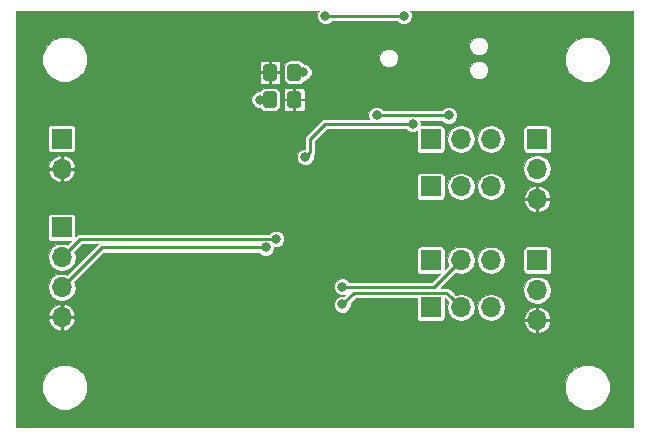
<source format=gbl>
G04 #@! TF.GenerationSoftware,KiCad,Pcbnew,5.0.1+dfsg1-3*
G04 #@! TF.CreationDate,2019-03-17T20:51:19-04:00*
G04 #@! TF.ProjectId,controller,636F6E74726F6C6C65722E6B69636164,rev?*
G04 #@! TF.SameCoordinates,Original*
G04 #@! TF.FileFunction,Copper,L2,Bot,Signal*
G04 #@! TF.FilePolarity,Positive*
%FSLAX46Y46*%
G04 Gerber Fmt 4.6, Leading zero omitted, Abs format (unit mm)*
G04 Created by KiCad (PCBNEW 5.0.1+dfsg1-3) date Sun 17 Mar 2019 08:51:19 PM EDT*
%MOMM*%
%LPD*%
G01*
G04 APERTURE LIST*
G04 #@! TA.AperFunction,ComponentPad*
%ADD10O,1.700000X1.700000*%
G04 #@! TD*
G04 #@! TA.AperFunction,ComponentPad*
%ADD11R,1.700000X1.700000*%
G04 #@! TD*
G04 #@! TA.AperFunction,Conductor*
%ADD12C,0.100000*%
G04 #@! TD*
G04 #@! TA.AperFunction,SMDPad,CuDef*
%ADD13C,1.150000*%
G04 #@! TD*
G04 #@! TA.AperFunction,ViaPad*
%ADD14C,0.800000*%
G04 #@! TD*
G04 #@! TA.AperFunction,Conductor*
%ADD15C,0.250000*%
G04 #@! TD*
G04 APERTURE END LIST*
D10*
G04 #@! TO.P,J5,3*
G04 #@! TO.N,GND*
X128500000Y-116580000D03*
G04 #@! TO.P,J5,2*
G04 #@! TO.N,/sheet5C8ECB51/OUT_L*
X128500000Y-114040000D03*
D11*
G04 #@! TO.P,J5,1*
G04 #@! TO.N,/sheet5C8ECB51/OUT_H*
X128500000Y-111500000D03*
G04 #@! TD*
G04 #@! TO.P,J4,1*
G04 #@! TO.N,/Sheet5C8E6DBF/OUT_H*
X128500000Y-101250000D03*
D10*
G04 #@! TO.P,J4,2*
G04 #@! TO.N,/Sheet5C8E6DBF/OUT_L*
X128500000Y-103790000D03*
G04 #@! TO.P,J4,3*
G04 #@! TO.N,GND*
X128500000Y-106330000D03*
G04 #@! TD*
D11*
G04 #@! TO.P,JP1,1*
G04 #@! TO.N,Net-(JP1-Pad1)*
X119500000Y-101250000D03*
D10*
G04 #@! TO.P,JP1,2*
G04 #@! TO.N,/CAN_H*
X122040000Y-101250000D03*
G04 #@! TO.P,JP1,3*
G04 #@! TO.N,/Sheet5C8E6DBF/OUT_H*
X124580000Y-101250000D03*
G04 #@! TD*
G04 #@! TO.P,JP2,3*
G04 #@! TO.N,/Sheet5C8E6DBF/OUT_L*
X124580000Y-105250000D03*
G04 #@! TO.P,JP2,2*
G04 #@! TO.N,/CAN_L*
X122040000Y-105250000D03*
D11*
G04 #@! TO.P,JP2,1*
G04 #@! TO.N,Net-(JP2-Pad1)*
X119500000Y-105250000D03*
G04 #@! TD*
D12*
G04 #@! TO.N,GND*
G04 #@! TO.C,C2*
G36*
X108274505Y-97201204D02*
X108298773Y-97204804D01*
X108322572Y-97210765D01*
X108345671Y-97219030D01*
X108367850Y-97229520D01*
X108388893Y-97242132D01*
X108408599Y-97256747D01*
X108426777Y-97273223D01*
X108443253Y-97291401D01*
X108457868Y-97311107D01*
X108470480Y-97332150D01*
X108480970Y-97354329D01*
X108489235Y-97377428D01*
X108495196Y-97401227D01*
X108498796Y-97425495D01*
X108500000Y-97449999D01*
X108500000Y-98350001D01*
X108498796Y-98374505D01*
X108495196Y-98398773D01*
X108489235Y-98422572D01*
X108480970Y-98445671D01*
X108470480Y-98467850D01*
X108457868Y-98488893D01*
X108443253Y-98508599D01*
X108426777Y-98526777D01*
X108408599Y-98543253D01*
X108388893Y-98557868D01*
X108367850Y-98570480D01*
X108345671Y-98580970D01*
X108322572Y-98589235D01*
X108298773Y-98595196D01*
X108274505Y-98598796D01*
X108250001Y-98600000D01*
X107599999Y-98600000D01*
X107575495Y-98598796D01*
X107551227Y-98595196D01*
X107527428Y-98589235D01*
X107504329Y-98580970D01*
X107482150Y-98570480D01*
X107461107Y-98557868D01*
X107441401Y-98543253D01*
X107423223Y-98526777D01*
X107406747Y-98508599D01*
X107392132Y-98488893D01*
X107379520Y-98467850D01*
X107369030Y-98445671D01*
X107360765Y-98422572D01*
X107354804Y-98398773D01*
X107351204Y-98374505D01*
X107350000Y-98350001D01*
X107350000Y-97449999D01*
X107351204Y-97425495D01*
X107354804Y-97401227D01*
X107360765Y-97377428D01*
X107369030Y-97354329D01*
X107379520Y-97332150D01*
X107392132Y-97311107D01*
X107406747Y-97291401D01*
X107423223Y-97273223D01*
X107441401Y-97256747D01*
X107461107Y-97242132D01*
X107482150Y-97229520D01*
X107504329Y-97219030D01*
X107527428Y-97210765D01*
X107551227Y-97204804D01*
X107575495Y-97201204D01*
X107599999Y-97200000D01*
X108250001Y-97200000D01*
X108274505Y-97201204D01*
X108274505Y-97201204D01*
G37*
D13*
G04 #@! TD*
G04 #@! TO.P,C2,2*
G04 #@! TO.N,GND*
X107925000Y-97900000D03*
D12*
G04 #@! TO.N,+3V3*
G04 #@! TO.C,C2*
G36*
X106224505Y-97201204D02*
X106248773Y-97204804D01*
X106272572Y-97210765D01*
X106295671Y-97219030D01*
X106317850Y-97229520D01*
X106338893Y-97242132D01*
X106358599Y-97256747D01*
X106376777Y-97273223D01*
X106393253Y-97291401D01*
X106407868Y-97311107D01*
X106420480Y-97332150D01*
X106430970Y-97354329D01*
X106439235Y-97377428D01*
X106445196Y-97401227D01*
X106448796Y-97425495D01*
X106450000Y-97449999D01*
X106450000Y-98350001D01*
X106448796Y-98374505D01*
X106445196Y-98398773D01*
X106439235Y-98422572D01*
X106430970Y-98445671D01*
X106420480Y-98467850D01*
X106407868Y-98488893D01*
X106393253Y-98508599D01*
X106376777Y-98526777D01*
X106358599Y-98543253D01*
X106338893Y-98557868D01*
X106317850Y-98570480D01*
X106295671Y-98580970D01*
X106272572Y-98589235D01*
X106248773Y-98595196D01*
X106224505Y-98598796D01*
X106200001Y-98600000D01*
X105549999Y-98600000D01*
X105525495Y-98598796D01*
X105501227Y-98595196D01*
X105477428Y-98589235D01*
X105454329Y-98580970D01*
X105432150Y-98570480D01*
X105411107Y-98557868D01*
X105391401Y-98543253D01*
X105373223Y-98526777D01*
X105356747Y-98508599D01*
X105342132Y-98488893D01*
X105329520Y-98467850D01*
X105319030Y-98445671D01*
X105310765Y-98422572D01*
X105304804Y-98398773D01*
X105301204Y-98374505D01*
X105300000Y-98350001D01*
X105300000Y-97449999D01*
X105301204Y-97425495D01*
X105304804Y-97401227D01*
X105310765Y-97377428D01*
X105319030Y-97354329D01*
X105329520Y-97332150D01*
X105342132Y-97311107D01*
X105356747Y-97291401D01*
X105373223Y-97273223D01*
X105391401Y-97256747D01*
X105411107Y-97242132D01*
X105432150Y-97229520D01*
X105454329Y-97219030D01*
X105477428Y-97210765D01*
X105501227Y-97204804D01*
X105525495Y-97201204D01*
X105549999Y-97200000D01*
X106200001Y-97200000D01*
X106224505Y-97201204D01*
X106224505Y-97201204D01*
G37*
D13*
G04 #@! TD*
G04 #@! TO.P,C2,1*
G04 #@! TO.N,+3V3*
X105875000Y-97900000D03*
D12*
G04 #@! TO.N,GND*
G04 #@! TO.C,C1*
G36*
X106224505Y-94901204D02*
X106248773Y-94904804D01*
X106272572Y-94910765D01*
X106295671Y-94919030D01*
X106317850Y-94929520D01*
X106338893Y-94942132D01*
X106358599Y-94956747D01*
X106376777Y-94973223D01*
X106393253Y-94991401D01*
X106407868Y-95011107D01*
X106420480Y-95032150D01*
X106430970Y-95054329D01*
X106439235Y-95077428D01*
X106445196Y-95101227D01*
X106448796Y-95125495D01*
X106450000Y-95149999D01*
X106450000Y-96050001D01*
X106448796Y-96074505D01*
X106445196Y-96098773D01*
X106439235Y-96122572D01*
X106430970Y-96145671D01*
X106420480Y-96167850D01*
X106407868Y-96188893D01*
X106393253Y-96208599D01*
X106376777Y-96226777D01*
X106358599Y-96243253D01*
X106338893Y-96257868D01*
X106317850Y-96270480D01*
X106295671Y-96280970D01*
X106272572Y-96289235D01*
X106248773Y-96295196D01*
X106224505Y-96298796D01*
X106200001Y-96300000D01*
X105549999Y-96300000D01*
X105525495Y-96298796D01*
X105501227Y-96295196D01*
X105477428Y-96289235D01*
X105454329Y-96280970D01*
X105432150Y-96270480D01*
X105411107Y-96257868D01*
X105391401Y-96243253D01*
X105373223Y-96226777D01*
X105356747Y-96208599D01*
X105342132Y-96188893D01*
X105329520Y-96167850D01*
X105319030Y-96145671D01*
X105310765Y-96122572D01*
X105304804Y-96098773D01*
X105301204Y-96074505D01*
X105300000Y-96050001D01*
X105300000Y-95149999D01*
X105301204Y-95125495D01*
X105304804Y-95101227D01*
X105310765Y-95077428D01*
X105319030Y-95054329D01*
X105329520Y-95032150D01*
X105342132Y-95011107D01*
X105356747Y-94991401D01*
X105373223Y-94973223D01*
X105391401Y-94956747D01*
X105411107Y-94942132D01*
X105432150Y-94929520D01*
X105454329Y-94919030D01*
X105477428Y-94910765D01*
X105501227Y-94904804D01*
X105525495Y-94901204D01*
X105549999Y-94900000D01*
X106200001Y-94900000D01*
X106224505Y-94901204D01*
X106224505Y-94901204D01*
G37*
D13*
G04 #@! TD*
G04 #@! TO.P,C1,1*
G04 #@! TO.N,GND*
X105875000Y-95600000D03*
D12*
G04 #@! TO.N,+3V3*
G04 #@! TO.C,C1*
G36*
X108274505Y-94901204D02*
X108298773Y-94904804D01*
X108322572Y-94910765D01*
X108345671Y-94919030D01*
X108367850Y-94929520D01*
X108388893Y-94942132D01*
X108408599Y-94956747D01*
X108426777Y-94973223D01*
X108443253Y-94991401D01*
X108457868Y-95011107D01*
X108470480Y-95032150D01*
X108480970Y-95054329D01*
X108489235Y-95077428D01*
X108495196Y-95101227D01*
X108498796Y-95125495D01*
X108500000Y-95149999D01*
X108500000Y-96050001D01*
X108498796Y-96074505D01*
X108495196Y-96098773D01*
X108489235Y-96122572D01*
X108480970Y-96145671D01*
X108470480Y-96167850D01*
X108457868Y-96188893D01*
X108443253Y-96208599D01*
X108426777Y-96226777D01*
X108408599Y-96243253D01*
X108388893Y-96257868D01*
X108367850Y-96270480D01*
X108345671Y-96280970D01*
X108322572Y-96289235D01*
X108298773Y-96295196D01*
X108274505Y-96298796D01*
X108250001Y-96300000D01*
X107599999Y-96300000D01*
X107575495Y-96298796D01*
X107551227Y-96295196D01*
X107527428Y-96289235D01*
X107504329Y-96280970D01*
X107482150Y-96270480D01*
X107461107Y-96257868D01*
X107441401Y-96243253D01*
X107423223Y-96226777D01*
X107406747Y-96208599D01*
X107392132Y-96188893D01*
X107379520Y-96167850D01*
X107369030Y-96145671D01*
X107360765Y-96122572D01*
X107354804Y-96098773D01*
X107351204Y-96074505D01*
X107350000Y-96050001D01*
X107350000Y-95149999D01*
X107351204Y-95125495D01*
X107354804Y-95101227D01*
X107360765Y-95077428D01*
X107369030Y-95054329D01*
X107379520Y-95032150D01*
X107392132Y-95011107D01*
X107406747Y-94991401D01*
X107423223Y-94973223D01*
X107441401Y-94956747D01*
X107461107Y-94942132D01*
X107482150Y-94929520D01*
X107504329Y-94919030D01*
X107527428Y-94910765D01*
X107551227Y-94904804D01*
X107575495Y-94901204D01*
X107599999Y-94900000D01*
X108250001Y-94900000D01*
X108274505Y-94901204D01*
X108274505Y-94901204D01*
G37*
D13*
G04 #@! TD*
G04 #@! TO.P,C1,2*
G04 #@! TO.N,+3V3*
X107925000Y-95600000D03*
D11*
G04 #@! TO.P,J2,1*
G04 #@! TO.N,+5V*
X88250000Y-101210000D03*
D10*
G04 #@! TO.P,J2,2*
G04 #@! TO.N,GND*
X88250000Y-103750000D03*
G04 #@! TD*
G04 #@! TO.P,JP3,3*
G04 #@! TO.N,/sheet5C8ECB51/OUT_H*
X124580000Y-111500000D03*
G04 #@! TO.P,JP3,2*
G04 #@! TO.N,/CAN_H*
X122040000Y-111500000D03*
D11*
G04 #@! TO.P,JP3,1*
G04 #@! TO.N,Net-(JP3-Pad1)*
X119500000Y-111500000D03*
G04 #@! TD*
G04 #@! TO.P,JP4,1*
G04 #@! TO.N,Net-(JP4-Pad1)*
X119500000Y-115500000D03*
D10*
G04 #@! TO.P,JP4,2*
G04 #@! TO.N,/CAN_L*
X122040000Y-115500000D03*
G04 #@! TO.P,JP4,3*
G04 #@! TO.N,/sheet5C8ECB51/OUT_L*
X124580000Y-115500000D03*
G04 #@! TD*
D11*
G04 #@! TO.P,J3,1*
G04 #@! TO.N,+3V3*
X88250000Y-108710000D03*
D10*
G04 #@! TO.P,J3,2*
G04 #@! TO.N,/USART1_RX*
X88250000Y-111250000D03*
G04 #@! TO.P,J3,3*
G04 #@! TO.N,/USART1_TX*
X88250000Y-113790000D03*
G04 #@! TO.P,J3,4*
G04 #@! TO.N,GND*
X88250000Y-116330000D03*
G04 #@! TD*
D14*
G04 #@! TO.N,+3V3*
X108700000Y-95600000D03*
X105000000Y-97900000D03*
G04 #@! TO.N,/SWDIO*
X117975000Y-99975000D03*
X108875010Y-102770979D03*
G04 #@! TO.N,/SWDCLK*
X114900000Y-99250000D03*
X121000000Y-99250000D03*
G04 #@! TO.N,GND*
X112875000Y-106275000D03*
X112875000Y-116525000D03*
X111950000Y-112600000D03*
X103550000Y-113850000D03*
X106150000Y-93750000D03*
X103900000Y-99000000D03*
X109150000Y-99750000D03*
X109900000Y-94500000D03*
X98300000Y-91000000D03*
X99300000Y-91000000D03*
X118475000Y-92375000D03*
X119750000Y-96375000D03*
X122275000Y-96375000D03*
X98775000Y-105275000D03*
X102250000Y-119250000D03*
X97000000Y-105750000D03*
X97000000Y-114300000D03*
G04 #@! TO.N,/~RESET*
X117200000Y-90800000D03*
X110575003Y-90799997D03*
G04 #@! TO.N,/CAN_L*
X112000000Y-115250000D03*
G04 #@! TO.N,/CAN_H*
X112000000Y-113750000D03*
G04 #@! TO.N,/USART1_TX*
X105500000Y-110425000D03*
G04 #@! TO.N,/USART1_RX*
X106375000Y-109700000D03*
G04 #@! TD*
D15*
G04 #@! TO.N,+3V3*
X107925000Y-95600000D02*
X108700000Y-95600000D01*
X105875000Y-97900000D02*
X105000000Y-97900000D01*
G04 #@! TO.N,/SWDIO*
X109275009Y-102370980D02*
X108875010Y-102770979D01*
X109275009Y-101224991D02*
X109275009Y-102370980D01*
X110525000Y-99975000D02*
X109275009Y-101224991D01*
X117975000Y-99975000D02*
X110525000Y-99975000D01*
G04 #@! TO.N,/SWDCLK*
X121000000Y-99250000D02*
X114900000Y-99250000D01*
G04 #@! TO.N,/~RESET*
X117200000Y-90800000D02*
X110575006Y-90800000D01*
X110575006Y-90800000D02*
X110575003Y-90799997D01*
G04 #@! TO.N,/CAN_L*
X121190001Y-114650001D02*
X122040000Y-115500000D01*
X120790000Y-114250000D02*
X121190001Y-114650001D01*
X113000000Y-114250000D02*
X120790000Y-114250000D01*
X112000000Y-115250000D02*
X113000000Y-114250000D01*
G04 #@! TO.N,/CAN_H*
X119790000Y-113750000D02*
X122040000Y-111500000D01*
X112000000Y-113750000D02*
X119790000Y-113750000D01*
G04 #@! TO.N,/USART1_TX*
X91615000Y-110425000D02*
X88250000Y-113790000D01*
X105500000Y-110425000D02*
X91615000Y-110425000D01*
G04 #@! TO.N,/USART1_RX*
X89800000Y-109700000D02*
X88250000Y-111250000D01*
X106375000Y-109700000D02*
X89800000Y-109700000D01*
G04 #@! TD*
D12*
G04 #@! TO.N,GND*
G36*
X109978181Y-90401213D02*
X109871003Y-90659963D01*
X109871003Y-90940031D01*
X109978181Y-91198781D01*
X110176219Y-91396819D01*
X110434969Y-91503997D01*
X110715037Y-91503997D01*
X110973787Y-91396819D01*
X111141606Y-91229000D01*
X116633394Y-91229000D01*
X116801216Y-91396822D01*
X117059966Y-91504000D01*
X117340034Y-91504000D01*
X117598784Y-91396822D01*
X117796822Y-91198784D01*
X117904000Y-90940034D01*
X117904000Y-90659966D01*
X117796822Y-90401216D01*
X117774606Y-90379000D01*
X136621000Y-90379000D01*
X136621001Y-125621000D01*
X84379000Y-125621000D01*
X84379000Y-121871271D01*
X86596000Y-121871271D01*
X86596000Y-122628729D01*
X86885866Y-123328530D01*
X87421470Y-123864134D01*
X88121271Y-124154000D01*
X88878729Y-124154000D01*
X89578530Y-123864134D01*
X90114134Y-123328530D01*
X90404000Y-122628729D01*
X90404000Y-121871271D01*
X130846000Y-121871271D01*
X130846000Y-122628729D01*
X131135866Y-123328530D01*
X131671470Y-123864134D01*
X132371271Y-124154000D01*
X133128729Y-124154000D01*
X133828530Y-123864134D01*
X134364134Y-123328530D01*
X134654000Y-122628729D01*
X134654000Y-121871271D01*
X134364134Y-121171470D01*
X133828530Y-120635866D01*
X133128729Y-120346000D01*
X132371271Y-120346000D01*
X131671470Y-120635866D01*
X131135866Y-121171470D01*
X130846000Y-121871271D01*
X90404000Y-121871271D01*
X90114134Y-121171470D01*
X89578530Y-120635866D01*
X88878729Y-120346000D01*
X88121271Y-120346000D01*
X87421470Y-120635866D01*
X86885866Y-121171470D01*
X86596000Y-121871271D01*
X84379000Y-121871271D01*
X84379000Y-116586175D01*
X87124793Y-116586175D01*
X87273209Y-116944503D01*
X87582723Y-117271528D01*
X87993824Y-117455214D01*
X88173000Y-117405436D01*
X88173000Y-116407000D01*
X88327000Y-116407000D01*
X88327000Y-117405436D01*
X88506176Y-117455214D01*
X88917277Y-117271528D01*
X89226791Y-116944503D01*
X89271659Y-116836175D01*
X127374793Y-116836175D01*
X127523209Y-117194503D01*
X127832723Y-117521528D01*
X128243824Y-117705214D01*
X128423000Y-117655436D01*
X128423000Y-116657000D01*
X128577000Y-116657000D01*
X128577000Y-117655436D01*
X128756176Y-117705214D01*
X129167277Y-117521528D01*
X129476791Y-117194503D01*
X129625207Y-116836175D01*
X129575246Y-116657000D01*
X128577000Y-116657000D01*
X128423000Y-116657000D01*
X127424754Y-116657000D01*
X127374793Y-116836175D01*
X89271659Y-116836175D01*
X89375207Y-116586175D01*
X89325246Y-116407000D01*
X88327000Y-116407000D01*
X88173000Y-116407000D01*
X87174754Y-116407000D01*
X87124793Y-116586175D01*
X84379000Y-116586175D01*
X84379000Y-116073825D01*
X87124793Y-116073825D01*
X87174754Y-116253000D01*
X88173000Y-116253000D01*
X88173000Y-115254564D01*
X88327000Y-115254564D01*
X88327000Y-116253000D01*
X89325246Y-116253000D01*
X89375207Y-116073825D01*
X89226791Y-115715497D01*
X88917277Y-115388472D01*
X88506176Y-115204786D01*
X88327000Y-115254564D01*
X88173000Y-115254564D01*
X87993824Y-115204786D01*
X87582723Y-115388472D01*
X87273209Y-115715497D01*
X87124793Y-116073825D01*
X84379000Y-116073825D01*
X84379000Y-111250000D01*
X87073392Y-111250000D01*
X87162956Y-111700268D01*
X87418013Y-112081987D01*
X87799732Y-112337044D01*
X88136342Y-112404000D01*
X88363658Y-112404000D01*
X88700268Y-112337044D01*
X89081987Y-112081987D01*
X89337044Y-111700268D01*
X89426608Y-111250000D01*
X89337044Y-110799732D01*
X89324996Y-110781701D01*
X89977698Y-110129000D01*
X91296828Y-110129000D01*
X91281778Y-110151524D01*
X88718299Y-112715004D01*
X88700268Y-112702956D01*
X88363658Y-112636000D01*
X88136342Y-112636000D01*
X87799732Y-112702956D01*
X87418013Y-112958013D01*
X87162956Y-113339732D01*
X87073392Y-113790000D01*
X87162956Y-114240268D01*
X87418013Y-114621987D01*
X87799732Y-114877044D01*
X88136342Y-114944000D01*
X88363658Y-114944000D01*
X88700268Y-114877044D01*
X89081987Y-114621987D01*
X89337044Y-114240268D01*
X89426608Y-113790000D01*
X89390797Y-113609966D01*
X111296000Y-113609966D01*
X111296000Y-113890034D01*
X111403178Y-114148784D01*
X111601216Y-114346822D01*
X111859966Y-114454000D01*
X112140034Y-114454000D01*
X112224141Y-114419162D01*
X112097303Y-114546000D01*
X111859966Y-114546000D01*
X111601216Y-114653178D01*
X111403178Y-114851216D01*
X111296000Y-115109966D01*
X111296000Y-115390034D01*
X111403178Y-115648784D01*
X111601216Y-115846822D01*
X111859966Y-115954000D01*
X112140034Y-115954000D01*
X112398784Y-115846822D01*
X112596822Y-115648784D01*
X112704000Y-115390034D01*
X112704000Y-115152697D01*
X113177698Y-114679000D01*
X118340045Y-114679000D01*
X118340045Y-116350000D01*
X118363639Y-116468615D01*
X118430829Y-116569171D01*
X118531385Y-116636361D01*
X118650000Y-116659955D01*
X120350000Y-116659955D01*
X120468615Y-116636361D01*
X120569171Y-116569171D01*
X120636361Y-116468615D01*
X120659955Y-116350000D01*
X120659955Y-114726652D01*
X120916527Y-114983225D01*
X120916530Y-114983227D01*
X120965004Y-115031701D01*
X120952956Y-115049732D01*
X120863392Y-115500000D01*
X120952956Y-115950268D01*
X121208013Y-116331987D01*
X121589732Y-116587044D01*
X121926342Y-116654000D01*
X122153658Y-116654000D01*
X122490268Y-116587044D01*
X122871987Y-116331987D01*
X123127044Y-115950268D01*
X123216608Y-115500000D01*
X123403392Y-115500000D01*
X123492956Y-115950268D01*
X123748013Y-116331987D01*
X124129732Y-116587044D01*
X124466342Y-116654000D01*
X124693658Y-116654000D01*
X125030268Y-116587044D01*
X125411987Y-116331987D01*
X125417440Y-116323825D01*
X127374793Y-116323825D01*
X127424754Y-116503000D01*
X128423000Y-116503000D01*
X128423000Y-115504564D01*
X128577000Y-115504564D01*
X128577000Y-116503000D01*
X129575246Y-116503000D01*
X129625207Y-116323825D01*
X129476791Y-115965497D01*
X129167277Y-115638472D01*
X128756176Y-115454786D01*
X128577000Y-115504564D01*
X128423000Y-115504564D01*
X128243824Y-115454786D01*
X127832723Y-115638472D01*
X127523209Y-115965497D01*
X127374793Y-116323825D01*
X125417440Y-116323825D01*
X125667044Y-115950268D01*
X125756608Y-115500000D01*
X125667044Y-115049732D01*
X125411987Y-114668013D01*
X125030268Y-114412956D01*
X124693658Y-114346000D01*
X124466342Y-114346000D01*
X124129732Y-114412956D01*
X123748013Y-114668013D01*
X123492956Y-115049732D01*
X123403392Y-115500000D01*
X123216608Y-115500000D01*
X123127044Y-115049732D01*
X122871987Y-114668013D01*
X122490268Y-114412956D01*
X122153658Y-114346000D01*
X121926342Y-114346000D01*
X121589732Y-114412956D01*
X121571701Y-114425004D01*
X121523227Y-114376530D01*
X121523225Y-114376527D01*
X121186698Y-114040000D01*
X127323392Y-114040000D01*
X127412956Y-114490268D01*
X127668013Y-114871987D01*
X128049732Y-115127044D01*
X128386342Y-115194000D01*
X128613658Y-115194000D01*
X128950268Y-115127044D01*
X129331987Y-114871987D01*
X129587044Y-114490268D01*
X129676608Y-114040000D01*
X129587044Y-113589732D01*
X129331987Y-113208013D01*
X128950268Y-112952956D01*
X128613658Y-112886000D01*
X128386342Y-112886000D01*
X128049732Y-112952956D01*
X127668013Y-113208013D01*
X127412956Y-113589732D01*
X127323392Y-114040000D01*
X121186698Y-114040000D01*
X121123224Y-113976527D01*
X121099291Y-113940709D01*
X120957387Y-113845891D01*
X120832250Y-113821000D01*
X120832245Y-113821000D01*
X120790000Y-113812597D01*
X120747755Y-113821000D01*
X120325697Y-113821000D01*
X121571701Y-112574996D01*
X121589732Y-112587044D01*
X121926342Y-112654000D01*
X122153658Y-112654000D01*
X122490268Y-112587044D01*
X122871987Y-112331987D01*
X123127044Y-111950268D01*
X123216608Y-111500000D01*
X123403392Y-111500000D01*
X123492956Y-111950268D01*
X123748013Y-112331987D01*
X124129732Y-112587044D01*
X124466342Y-112654000D01*
X124693658Y-112654000D01*
X125030268Y-112587044D01*
X125411987Y-112331987D01*
X125667044Y-111950268D01*
X125756608Y-111500000D01*
X125667044Y-111049732D01*
X125411987Y-110668013D01*
X125385029Y-110650000D01*
X127340045Y-110650000D01*
X127340045Y-112350000D01*
X127363639Y-112468615D01*
X127430829Y-112569171D01*
X127531385Y-112636361D01*
X127650000Y-112659955D01*
X129350000Y-112659955D01*
X129468615Y-112636361D01*
X129569171Y-112569171D01*
X129636361Y-112468615D01*
X129659955Y-112350000D01*
X129659955Y-110650000D01*
X129636361Y-110531385D01*
X129569171Y-110430829D01*
X129468615Y-110363639D01*
X129350000Y-110340045D01*
X127650000Y-110340045D01*
X127531385Y-110363639D01*
X127430829Y-110430829D01*
X127363639Y-110531385D01*
X127340045Y-110650000D01*
X125385029Y-110650000D01*
X125030268Y-110412956D01*
X124693658Y-110346000D01*
X124466342Y-110346000D01*
X124129732Y-110412956D01*
X123748013Y-110668013D01*
X123492956Y-111049732D01*
X123403392Y-111500000D01*
X123216608Y-111500000D01*
X123127044Y-111049732D01*
X122871987Y-110668013D01*
X122490268Y-110412956D01*
X122153658Y-110346000D01*
X121926342Y-110346000D01*
X121589732Y-110412956D01*
X121208013Y-110668013D01*
X120952956Y-111049732D01*
X120863392Y-111500000D01*
X120952956Y-111950268D01*
X120965004Y-111968299D01*
X120659955Y-112273347D01*
X120659955Y-110650000D01*
X120636361Y-110531385D01*
X120569171Y-110430829D01*
X120468615Y-110363639D01*
X120350000Y-110340045D01*
X118650000Y-110340045D01*
X118531385Y-110363639D01*
X118430829Y-110430829D01*
X118363639Y-110531385D01*
X118340045Y-110650000D01*
X118340045Y-112350000D01*
X118363639Y-112468615D01*
X118430829Y-112569171D01*
X118531385Y-112636361D01*
X118650000Y-112659955D01*
X120273348Y-112659955D01*
X119612303Y-113321000D01*
X112566606Y-113321000D01*
X112398784Y-113153178D01*
X112140034Y-113046000D01*
X111859966Y-113046000D01*
X111601216Y-113153178D01*
X111403178Y-113351216D01*
X111296000Y-113609966D01*
X89390797Y-113609966D01*
X89337044Y-113339732D01*
X89324996Y-113321701D01*
X91792698Y-110854000D01*
X104933394Y-110854000D01*
X105101216Y-111021822D01*
X105359966Y-111129000D01*
X105640034Y-111129000D01*
X105898784Y-111021822D01*
X106096822Y-110823784D01*
X106204000Y-110565034D01*
X106204000Y-110391173D01*
X106234966Y-110404000D01*
X106515034Y-110404000D01*
X106773784Y-110296822D01*
X106971822Y-110098784D01*
X107079000Y-109840034D01*
X107079000Y-109559966D01*
X106971822Y-109301216D01*
X106773784Y-109103178D01*
X106515034Y-108996000D01*
X106234966Y-108996000D01*
X105976216Y-109103178D01*
X105808394Y-109271000D01*
X89842244Y-109271000D01*
X89799999Y-109262597D01*
X89757754Y-109271000D01*
X89757750Y-109271000D01*
X89632613Y-109295891D01*
X89632611Y-109295892D01*
X89632612Y-109295892D01*
X89526526Y-109366776D01*
X89526524Y-109366778D01*
X89490709Y-109390709D01*
X89466778Y-109426524D01*
X89409955Y-109483347D01*
X89409955Y-107860000D01*
X89386361Y-107741385D01*
X89319171Y-107640829D01*
X89218615Y-107573639D01*
X89100000Y-107550045D01*
X87400000Y-107550045D01*
X87281385Y-107573639D01*
X87180829Y-107640829D01*
X87113639Y-107741385D01*
X87090045Y-107860000D01*
X87090045Y-109560000D01*
X87113639Y-109678615D01*
X87180829Y-109779171D01*
X87281385Y-109846361D01*
X87400000Y-109869955D01*
X89023347Y-109869955D01*
X88718299Y-110175004D01*
X88700268Y-110162956D01*
X88363658Y-110096000D01*
X88136342Y-110096000D01*
X87799732Y-110162956D01*
X87418013Y-110418013D01*
X87162956Y-110799732D01*
X87073392Y-111250000D01*
X84379000Y-111250000D01*
X84379000Y-106586175D01*
X127374793Y-106586175D01*
X127523209Y-106944503D01*
X127832723Y-107271528D01*
X128243824Y-107455214D01*
X128423000Y-107405436D01*
X128423000Y-106407000D01*
X128577000Y-106407000D01*
X128577000Y-107405436D01*
X128756176Y-107455214D01*
X129167277Y-107271528D01*
X129476791Y-106944503D01*
X129625207Y-106586175D01*
X129575246Y-106407000D01*
X128577000Y-106407000D01*
X128423000Y-106407000D01*
X127424754Y-106407000D01*
X127374793Y-106586175D01*
X84379000Y-106586175D01*
X84379000Y-104006175D01*
X87124793Y-104006175D01*
X87273209Y-104364503D01*
X87582723Y-104691528D01*
X87993824Y-104875214D01*
X88173000Y-104825436D01*
X88173000Y-103827000D01*
X88327000Y-103827000D01*
X88327000Y-104825436D01*
X88506176Y-104875214D01*
X88917277Y-104691528D01*
X89193194Y-104400000D01*
X118340045Y-104400000D01*
X118340045Y-106100000D01*
X118363639Y-106218615D01*
X118430829Y-106319171D01*
X118531385Y-106386361D01*
X118650000Y-106409955D01*
X120350000Y-106409955D01*
X120468615Y-106386361D01*
X120569171Y-106319171D01*
X120636361Y-106218615D01*
X120659955Y-106100000D01*
X120659955Y-105250000D01*
X120863392Y-105250000D01*
X120952956Y-105700268D01*
X121208013Y-106081987D01*
X121589732Y-106337044D01*
X121926342Y-106404000D01*
X122153658Y-106404000D01*
X122490268Y-106337044D01*
X122871987Y-106081987D01*
X123127044Y-105700268D01*
X123216608Y-105250000D01*
X123403392Y-105250000D01*
X123492956Y-105700268D01*
X123748013Y-106081987D01*
X124129732Y-106337044D01*
X124466342Y-106404000D01*
X124693658Y-106404000D01*
X125030268Y-106337044D01*
X125411987Y-106081987D01*
X125417440Y-106073825D01*
X127374793Y-106073825D01*
X127424754Y-106253000D01*
X128423000Y-106253000D01*
X128423000Y-105254564D01*
X128577000Y-105254564D01*
X128577000Y-106253000D01*
X129575246Y-106253000D01*
X129625207Y-106073825D01*
X129476791Y-105715497D01*
X129167277Y-105388472D01*
X128756176Y-105204786D01*
X128577000Y-105254564D01*
X128423000Y-105254564D01*
X128243824Y-105204786D01*
X127832723Y-105388472D01*
X127523209Y-105715497D01*
X127374793Y-106073825D01*
X125417440Y-106073825D01*
X125667044Y-105700268D01*
X125756608Y-105250000D01*
X125667044Y-104799732D01*
X125411987Y-104418013D01*
X125030268Y-104162956D01*
X124693658Y-104096000D01*
X124466342Y-104096000D01*
X124129732Y-104162956D01*
X123748013Y-104418013D01*
X123492956Y-104799732D01*
X123403392Y-105250000D01*
X123216608Y-105250000D01*
X123127044Y-104799732D01*
X122871987Y-104418013D01*
X122490268Y-104162956D01*
X122153658Y-104096000D01*
X121926342Y-104096000D01*
X121589732Y-104162956D01*
X121208013Y-104418013D01*
X120952956Y-104799732D01*
X120863392Y-105250000D01*
X120659955Y-105250000D01*
X120659955Y-104400000D01*
X120636361Y-104281385D01*
X120569171Y-104180829D01*
X120468615Y-104113639D01*
X120350000Y-104090045D01*
X118650000Y-104090045D01*
X118531385Y-104113639D01*
X118430829Y-104180829D01*
X118363639Y-104281385D01*
X118340045Y-104400000D01*
X89193194Y-104400000D01*
X89226791Y-104364503D01*
X89375207Y-104006175D01*
X89325246Y-103827000D01*
X88327000Y-103827000D01*
X88173000Y-103827000D01*
X87174754Y-103827000D01*
X87124793Y-104006175D01*
X84379000Y-104006175D01*
X84379000Y-103790000D01*
X127323392Y-103790000D01*
X127412956Y-104240268D01*
X127668013Y-104621987D01*
X128049732Y-104877044D01*
X128386342Y-104944000D01*
X128613658Y-104944000D01*
X128950268Y-104877044D01*
X129331987Y-104621987D01*
X129587044Y-104240268D01*
X129676608Y-103790000D01*
X129587044Y-103339732D01*
X129331987Y-102958013D01*
X128950268Y-102702956D01*
X128613658Y-102636000D01*
X128386342Y-102636000D01*
X128049732Y-102702956D01*
X127668013Y-102958013D01*
X127412956Y-103339732D01*
X127323392Y-103790000D01*
X84379000Y-103790000D01*
X84379000Y-103493825D01*
X87124793Y-103493825D01*
X87174754Y-103673000D01*
X88173000Y-103673000D01*
X88173000Y-102674564D01*
X88327000Y-102674564D01*
X88327000Y-103673000D01*
X89325246Y-103673000D01*
X89375207Y-103493825D01*
X89226791Y-103135497D01*
X88917277Y-102808472D01*
X88519961Y-102630945D01*
X108171010Y-102630945D01*
X108171010Y-102911013D01*
X108278188Y-103169763D01*
X108476226Y-103367801D01*
X108734976Y-103474979D01*
X109015044Y-103474979D01*
X109273794Y-103367801D01*
X109471832Y-103169763D01*
X109579010Y-102911013D01*
X109579010Y-102683806D01*
X109584300Y-102680271D01*
X109608231Y-102644456D01*
X109608233Y-102644454D01*
X109679117Y-102538368D01*
X109679118Y-102538367D01*
X109704009Y-102413230D01*
X109704009Y-102413226D01*
X109712412Y-102370981D01*
X109704009Y-102328736D01*
X109704009Y-101402688D01*
X110702697Y-100404000D01*
X117408394Y-100404000D01*
X117576216Y-100571822D01*
X117834966Y-100679000D01*
X118115034Y-100679000D01*
X118340045Y-100585797D01*
X118340045Y-102100000D01*
X118363639Y-102218615D01*
X118430829Y-102319171D01*
X118531385Y-102386361D01*
X118650000Y-102409955D01*
X120350000Y-102409955D01*
X120468615Y-102386361D01*
X120569171Y-102319171D01*
X120636361Y-102218615D01*
X120659955Y-102100000D01*
X120659955Y-101250000D01*
X120863392Y-101250000D01*
X120952956Y-101700268D01*
X121208013Y-102081987D01*
X121589732Y-102337044D01*
X121926342Y-102404000D01*
X122153658Y-102404000D01*
X122490268Y-102337044D01*
X122871987Y-102081987D01*
X123127044Y-101700268D01*
X123216608Y-101250000D01*
X123403392Y-101250000D01*
X123492956Y-101700268D01*
X123748013Y-102081987D01*
X124129732Y-102337044D01*
X124466342Y-102404000D01*
X124693658Y-102404000D01*
X125030268Y-102337044D01*
X125411987Y-102081987D01*
X125667044Y-101700268D01*
X125756608Y-101250000D01*
X125667044Y-100799732D01*
X125411987Y-100418013D01*
X125385029Y-100400000D01*
X127340045Y-100400000D01*
X127340045Y-102100000D01*
X127363639Y-102218615D01*
X127430829Y-102319171D01*
X127531385Y-102386361D01*
X127650000Y-102409955D01*
X129350000Y-102409955D01*
X129468615Y-102386361D01*
X129569171Y-102319171D01*
X129636361Y-102218615D01*
X129659955Y-102100000D01*
X129659955Y-100400000D01*
X129636361Y-100281385D01*
X129569171Y-100180829D01*
X129468615Y-100113639D01*
X129350000Y-100090045D01*
X127650000Y-100090045D01*
X127531385Y-100113639D01*
X127430829Y-100180829D01*
X127363639Y-100281385D01*
X127340045Y-100400000D01*
X125385029Y-100400000D01*
X125030268Y-100162956D01*
X124693658Y-100096000D01*
X124466342Y-100096000D01*
X124129732Y-100162956D01*
X123748013Y-100418013D01*
X123492956Y-100799732D01*
X123403392Y-101250000D01*
X123216608Y-101250000D01*
X123127044Y-100799732D01*
X122871987Y-100418013D01*
X122490268Y-100162956D01*
X122153658Y-100096000D01*
X121926342Y-100096000D01*
X121589732Y-100162956D01*
X121208013Y-100418013D01*
X120952956Y-100799732D01*
X120863392Y-101250000D01*
X120659955Y-101250000D01*
X120659955Y-100400000D01*
X120636361Y-100281385D01*
X120569171Y-100180829D01*
X120468615Y-100113639D01*
X120350000Y-100090045D01*
X118679000Y-100090045D01*
X118679000Y-99834966D01*
X118614397Y-99679000D01*
X120433394Y-99679000D01*
X120601216Y-99846822D01*
X120859966Y-99954000D01*
X121140034Y-99954000D01*
X121398784Y-99846822D01*
X121596822Y-99648784D01*
X121704000Y-99390034D01*
X121704000Y-99109966D01*
X121596822Y-98851216D01*
X121398784Y-98653178D01*
X121140034Y-98546000D01*
X120859966Y-98546000D01*
X120601216Y-98653178D01*
X120433394Y-98821000D01*
X115466606Y-98821000D01*
X115298784Y-98653178D01*
X115040034Y-98546000D01*
X114759966Y-98546000D01*
X114501216Y-98653178D01*
X114303178Y-98851216D01*
X114196000Y-99109966D01*
X114196000Y-99390034D01*
X114260603Y-99546000D01*
X110567244Y-99546000D01*
X110524999Y-99537597D01*
X110482754Y-99546000D01*
X110482750Y-99546000D01*
X110357613Y-99570891D01*
X110215709Y-99665709D01*
X110191776Y-99701527D01*
X109001536Y-100891767D01*
X108965718Y-100915700D01*
X108870900Y-101057605D01*
X108846009Y-101182742D01*
X108846009Y-101182746D01*
X108837606Y-101224991D01*
X108846009Y-101267237D01*
X108846010Y-102066979D01*
X108734976Y-102066979D01*
X108476226Y-102174157D01*
X108278188Y-102372195D01*
X108171010Y-102630945D01*
X88519961Y-102630945D01*
X88506176Y-102624786D01*
X88327000Y-102674564D01*
X88173000Y-102674564D01*
X87993824Y-102624786D01*
X87582723Y-102808472D01*
X87273209Y-103135497D01*
X87124793Y-103493825D01*
X84379000Y-103493825D01*
X84379000Y-100360000D01*
X87090045Y-100360000D01*
X87090045Y-102060000D01*
X87113639Y-102178615D01*
X87180829Y-102279171D01*
X87281385Y-102346361D01*
X87400000Y-102369955D01*
X89100000Y-102369955D01*
X89218615Y-102346361D01*
X89319171Y-102279171D01*
X89386361Y-102178615D01*
X89409955Y-102060000D01*
X89409955Y-100360000D01*
X89386361Y-100241385D01*
X89319171Y-100140829D01*
X89218615Y-100073639D01*
X89100000Y-100050045D01*
X87400000Y-100050045D01*
X87281385Y-100073639D01*
X87180829Y-100140829D01*
X87113639Y-100241385D01*
X87090045Y-100360000D01*
X84379000Y-100360000D01*
X84379000Y-97759966D01*
X104296000Y-97759966D01*
X104296000Y-98040034D01*
X104403178Y-98298784D01*
X104601216Y-98496822D01*
X104859966Y-98604000D01*
X105059205Y-98604000D01*
X105154052Y-98745948D01*
X105335714Y-98867331D01*
X105549999Y-98909955D01*
X106200001Y-98909955D01*
X106414286Y-98867331D01*
X106595948Y-98745948D01*
X106717331Y-98564286D01*
X106759955Y-98350001D01*
X106759955Y-98053000D01*
X107046000Y-98053000D01*
X107046000Y-98660470D01*
X107092281Y-98772202D01*
X107177798Y-98857719D01*
X107289531Y-98904000D01*
X107772000Y-98904000D01*
X107848000Y-98828000D01*
X107848000Y-97977000D01*
X108002000Y-97977000D01*
X108002000Y-98828000D01*
X108078000Y-98904000D01*
X108560469Y-98904000D01*
X108672202Y-98857719D01*
X108757719Y-98772202D01*
X108804000Y-98660470D01*
X108804000Y-98053000D01*
X108728000Y-97977000D01*
X108002000Y-97977000D01*
X107848000Y-97977000D01*
X107122000Y-97977000D01*
X107046000Y-98053000D01*
X106759955Y-98053000D01*
X106759955Y-97449999D01*
X106717331Y-97235714D01*
X106653063Y-97139530D01*
X107046000Y-97139530D01*
X107046000Y-97747000D01*
X107122000Y-97823000D01*
X107848000Y-97823000D01*
X107848000Y-96972000D01*
X108002000Y-96972000D01*
X108002000Y-97823000D01*
X108728000Y-97823000D01*
X108804000Y-97747000D01*
X108804000Y-97139530D01*
X108757719Y-97027798D01*
X108672202Y-96942281D01*
X108560469Y-96896000D01*
X108078000Y-96896000D01*
X108002000Y-96972000D01*
X107848000Y-96972000D01*
X107772000Y-96896000D01*
X107289531Y-96896000D01*
X107177798Y-96942281D01*
X107092281Y-97027798D01*
X107046000Y-97139530D01*
X106653063Y-97139530D01*
X106595948Y-97054052D01*
X106414286Y-96932669D01*
X106200001Y-96890045D01*
X105549999Y-96890045D01*
X105335714Y-96932669D01*
X105154052Y-97054052D01*
X105059205Y-97196000D01*
X104859966Y-97196000D01*
X104601216Y-97303178D01*
X104403178Y-97501216D01*
X104296000Y-97759966D01*
X84379000Y-97759966D01*
X84379000Y-94121271D01*
X86596000Y-94121271D01*
X86596000Y-94878729D01*
X86885866Y-95578530D01*
X87421470Y-96114134D01*
X88121271Y-96404000D01*
X88878729Y-96404000D01*
X89578530Y-96114134D01*
X89939664Y-95753000D01*
X104996000Y-95753000D01*
X104996000Y-96360470D01*
X105042281Y-96472202D01*
X105127798Y-96557719D01*
X105239531Y-96604000D01*
X105722000Y-96604000D01*
X105798000Y-96528000D01*
X105798000Y-95677000D01*
X105952000Y-95677000D01*
X105952000Y-96528000D01*
X106028000Y-96604000D01*
X106510469Y-96604000D01*
X106622202Y-96557719D01*
X106707719Y-96472202D01*
X106754000Y-96360470D01*
X106754000Y-95753000D01*
X106678000Y-95677000D01*
X105952000Y-95677000D01*
X105798000Y-95677000D01*
X105072000Y-95677000D01*
X104996000Y-95753000D01*
X89939664Y-95753000D01*
X90114134Y-95578530D01*
X90404000Y-94878729D01*
X90404000Y-94839530D01*
X104996000Y-94839530D01*
X104996000Y-95447000D01*
X105072000Y-95523000D01*
X105798000Y-95523000D01*
X105798000Y-94672000D01*
X105952000Y-94672000D01*
X105952000Y-95523000D01*
X106678000Y-95523000D01*
X106754000Y-95447000D01*
X106754000Y-95149999D01*
X107040045Y-95149999D01*
X107040045Y-96050001D01*
X107082669Y-96264286D01*
X107204052Y-96445948D01*
X107385714Y-96567331D01*
X107599999Y-96609955D01*
X108250001Y-96609955D01*
X108464286Y-96567331D01*
X108645948Y-96445948D01*
X108740795Y-96304000D01*
X108840034Y-96304000D01*
X109098784Y-96196822D01*
X109296822Y-95998784D01*
X109404000Y-95740034D01*
X109404000Y-95459966D01*
X109313305Y-95241009D01*
X122750700Y-95241009D01*
X122750700Y-95558991D01*
X122872386Y-95852767D01*
X123097233Y-96077614D01*
X123391009Y-96199300D01*
X123708991Y-96199300D01*
X124002767Y-96077614D01*
X124227614Y-95852767D01*
X124349300Y-95558991D01*
X124349300Y-95241009D01*
X124227614Y-94947233D01*
X124002767Y-94722386D01*
X123708991Y-94600700D01*
X123391009Y-94600700D01*
X123097233Y-94722386D01*
X122872386Y-94947233D01*
X122750700Y-95241009D01*
X109313305Y-95241009D01*
X109296822Y-95201216D01*
X109098784Y-95003178D01*
X108840034Y-94896000D01*
X108740795Y-94896000D01*
X108645948Y-94754052D01*
X108464286Y-94632669D01*
X108250001Y-94590045D01*
X107599999Y-94590045D01*
X107385714Y-94632669D01*
X107204052Y-94754052D01*
X107082669Y-94935714D01*
X107040045Y-95149999D01*
X106754000Y-95149999D01*
X106754000Y-94839530D01*
X106707719Y-94727798D01*
X106622202Y-94642281D01*
X106510469Y-94596000D01*
X106028000Y-94596000D01*
X105952000Y-94672000D01*
X105798000Y-94672000D01*
X105722000Y-94596000D01*
X105239531Y-94596000D01*
X105127798Y-94642281D01*
X105042281Y-94727798D01*
X104996000Y-94839530D01*
X90404000Y-94839530D01*
X90404000Y-94225009D01*
X115130700Y-94225009D01*
X115130700Y-94542991D01*
X115252386Y-94836767D01*
X115477233Y-95061614D01*
X115771009Y-95183300D01*
X116088991Y-95183300D01*
X116382767Y-95061614D01*
X116607614Y-94836767D01*
X116729300Y-94542991D01*
X116729300Y-94225009D01*
X116607614Y-93931233D01*
X116382767Y-93706386D01*
X116088991Y-93584700D01*
X115771009Y-93584700D01*
X115477233Y-93706386D01*
X115252386Y-93931233D01*
X115130700Y-94225009D01*
X90404000Y-94225009D01*
X90404000Y-94121271D01*
X90114134Y-93421470D01*
X89901673Y-93209009D01*
X122750700Y-93209009D01*
X122750700Y-93526991D01*
X122872386Y-93820767D01*
X123097233Y-94045614D01*
X123391009Y-94167300D01*
X123708991Y-94167300D01*
X123820114Y-94121271D01*
X130846000Y-94121271D01*
X130846000Y-94878729D01*
X131135866Y-95578530D01*
X131671470Y-96114134D01*
X132371271Y-96404000D01*
X133128729Y-96404000D01*
X133828530Y-96114134D01*
X134364134Y-95578530D01*
X134654000Y-94878729D01*
X134654000Y-94121271D01*
X134364134Y-93421470D01*
X133828530Y-92885866D01*
X133128729Y-92596000D01*
X132371271Y-92596000D01*
X131671470Y-92885866D01*
X131135866Y-93421470D01*
X130846000Y-94121271D01*
X123820114Y-94121271D01*
X124002767Y-94045614D01*
X124227614Y-93820767D01*
X124349300Y-93526991D01*
X124349300Y-93209009D01*
X124227614Y-92915233D01*
X124002767Y-92690386D01*
X123708991Y-92568700D01*
X123391009Y-92568700D01*
X123097233Y-92690386D01*
X122872386Y-92915233D01*
X122750700Y-93209009D01*
X89901673Y-93209009D01*
X89578530Y-92885866D01*
X88878729Y-92596000D01*
X88121271Y-92596000D01*
X87421470Y-92885866D01*
X86885866Y-93421470D01*
X86596000Y-94121271D01*
X84379000Y-94121271D01*
X84379000Y-90379000D01*
X110000394Y-90379000D01*
X109978181Y-90401213D01*
X109978181Y-90401213D01*
G37*
X109978181Y-90401213D02*
X109871003Y-90659963D01*
X109871003Y-90940031D01*
X109978181Y-91198781D01*
X110176219Y-91396819D01*
X110434969Y-91503997D01*
X110715037Y-91503997D01*
X110973787Y-91396819D01*
X111141606Y-91229000D01*
X116633394Y-91229000D01*
X116801216Y-91396822D01*
X117059966Y-91504000D01*
X117340034Y-91504000D01*
X117598784Y-91396822D01*
X117796822Y-91198784D01*
X117904000Y-90940034D01*
X117904000Y-90659966D01*
X117796822Y-90401216D01*
X117774606Y-90379000D01*
X136621000Y-90379000D01*
X136621001Y-125621000D01*
X84379000Y-125621000D01*
X84379000Y-121871271D01*
X86596000Y-121871271D01*
X86596000Y-122628729D01*
X86885866Y-123328530D01*
X87421470Y-123864134D01*
X88121271Y-124154000D01*
X88878729Y-124154000D01*
X89578530Y-123864134D01*
X90114134Y-123328530D01*
X90404000Y-122628729D01*
X90404000Y-121871271D01*
X130846000Y-121871271D01*
X130846000Y-122628729D01*
X131135866Y-123328530D01*
X131671470Y-123864134D01*
X132371271Y-124154000D01*
X133128729Y-124154000D01*
X133828530Y-123864134D01*
X134364134Y-123328530D01*
X134654000Y-122628729D01*
X134654000Y-121871271D01*
X134364134Y-121171470D01*
X133828530Y-120635866D01*
X133128729Y-120346000D01*
X132371271Y-120346000D01*
X131671470Y-120635866D01*
X131135866Y-121171470D01*
X130846000Y-121871271D01*
X90404000Y-121871271D01*
X90114134Y-121171470D01*
X89578530Y-120635866D01*
X88878729Y-120346000D01*
X88121271Y-120346000D01*
X87421470Y-120635866D01*
X86885866Y-121171470D01*
X86596000Y-121871271D01*
X84379000Y-121871271D01*
X84379000Y-116586175D01*
X87124793Y-116586175D01*
X87273209Y-116944503D01*
X87582723Y-117271528D01*
X87993824Y-117455214D01*
X88173000Y-117405436D01*
X88173000Y-116407000D01*
X88327000Y-116407000D01*
X88327000Y-117405436D01*
X88506176Y-117455214D01*
X88917277Y-117271528D01*
X89226791Y-116944503D01*
X89271659Y-116836175D01*
X127374793Y-116836175D01*
X127523209Y-117194503D01*
X127832723Y-117521528D01*
X128243824Y-117705214D01*
X128423000Y-117655436D01*
X128423000Y-116657000D01*
X128577000Y-116657000D01*
X128577000Y-117655436D01*
X128756176Y-117705214D01*
X129167277Y-117521528D01*
X129476791Y-117194503D01*
X129625207Y-116836175D01*
X129575246Y-116657000D01*
X128577000Y-116657000D01*
X128423000Y-116657000D01*
X127424754Y-116657000D01*
X127374793Y-116836175D01*
X89271659Y-116836175D01*
X89375207Y-116586175D01*
X89325246Y-116407000D01*
X88327000Y-116407000D01*
X88173000Y-116407000D01*
X87174754Y-116407000D01*
X87124793Y-116586175D01*
X84379000Y-116586175D01*
X84379000Y-116073825D01*
X87124793Y-116073825D01*
X87174754Y-116253000D01*
X88173000Y-116253000D01*
X88173000Y-115254564D01*
X88327000Y-115254564D01*
X88327000Y-116253000D01*
X89325246Y-116253000D01*
X89375207Y-116073825D01*
X89226791Y-115715497D01*
X88917277Y-115388472D01*
X88506176Y-115204786D01*
X88327000Y-115254564D01*
X88173000Y-115254564D01*
X87993824Y-115204786D01*
X87582723Y-115388472D01*
X87273209Y-115715497D01*
X87124793Y-116073825D01*
X84379000Y-116073825D01*
X84379000Y-111250000D01*
X87073392Y-111250000D01*
X87162956Y-111700268D01*
X87418013Y-112081987D01*
X87799732Y-112337044D01*
X88136342Y-112404000D01*
X88363658Y-112404000D01*
X88700268Y-112337044D01*
X89081987Y-112081987D01*
X89337044Y-111700268D01*
X89426608Y-111250000D01*
X89337044Y-110799732D01*
X89324996Y-110781701D01*
X89977698Y-110129000D01*
X91296828Y-110129000D01*
X91281778Y-110151524D01*
X88718299Y-112715004D01*
X88700268Y-112702956D01*
X88363658Y-112636000D01*
X88136342Y-112636000D01*
X87799732Y-112702956D01*
X87418013Y-112958013D01*
X87162956Y-113339732D01*
X87073392Y-113790000D01*
X87162956Y-114240268D01*
X87418013Y-114621987D01*
X87799732Y-114877044D01*
X88136342Y-114944000D01*
X88363658Y-114944000D01*
X88700268Y-114877044D01*
X89081987Y-114621987D01*
X89337044Y-114240268D01*
X89426608Y-113790000D01*
X89390797Y-113609966D01*
X111296000Y-113609966D01*
X111296000Y-113890034D01*
X111403178Y-114148784D01*
X111601216Y-114346822D01*
X111859966Y-114454000D01*
X112140034Y-114454000D01*
X112224141Y-114419162D01*
X112097303Y-114546000D01*
X111859966Y-114546000D01*
X111601216Y-114653178D01*
X111403178Y-114851216D01*
X111296000Y-115109966D01*
X111296000Y-115390034D01*
X111403178Y-115648784D01*
X111601216Y-115846822D01*
X111859966Y-115954000D01*
X112140034Y-115954000D01*
X112398784Y-115846822D01*
X112596822Y-115648784D01*
X112704000Y-115390034D01*
X112704000Y-115152697D01*
X113177698Y-114679000D01*
X118340045Y-114679000D01*
X118340045Y-116350000D01*
X118363639Y-116468615D01*
X118430829Y-116569171D01*
X118531385Y-116636361D01*
X118650000Y-116659955D01*
X120350000Y-116659955D01*
X120468615Y-116636361D01*
X120569171Y-116569171D01*
X120636361Y-116468615D01*
X120659955Y-116350000D01*
X120659955Y-114726652D01*
X120916527Y-114983225D01*
X120916530Y-114983227D01*
X120965004Y-115031701D01*
X120952956Y-115049732D01*
X120863392Y-115500000D01*
X120952956Y-115950268D01*
X121208013Y-116331987D01*
X121589732Y-116587044D01*
X121926342Y-116654000D01*
X122153658Y-116654000D01*
X122490268Y-116587044D01*
X122871987Y-116331987D01*
X123127044Y-115950268D01*
X123216608Y-115500000D01*
X123403392Y-115500000D01*
X123492956Y-115950268D01*
X123748013Y-116331987D01*
X124129732Y-116587044D01*
X124466342Y-116654000D01*
X124693658Y-116654000D01*
X125030268Y-116587044D01*
X125411987Y-116331987D01*
X125417440Y-116323825D01*
X127374793Y-116323825D01*
X127424754Y-116503000D01*
X128423000Y-116503000D01*
X128423000Y-115504564D01*
X128577000Y-115504564D01*
X128577000Y-116503000D01*
X129575246Y-116503000D01*
X129625207Y-116323825D01*
X129476791Y-115965497D01*
X129167277Y-115638472D01*
X128756176Y-115454786D01*
X128577000Y-115504564D01*
X128423000Y-115504564D01*
X128243824Y-115454786D01*
X127832723Y-115638472D01*
X127523209Y-115965497D01*
X127374793Y-116323825D01*
X125417440Y-116323825D01*
X125667044Y-115950268D01*
X125756608Y-115500000D01*
X125667044Y-115049732D01*
X125411987Y-114668013D01*
X125030268Y-114412956D01*
X124693658Y-114346000D01*
X124466342Y-114346000D01*
X124129732Y-114412956D01*
X123748013Y-114668013D01*
X123492956Y-115049732D01*
X123403392Y-115500000D01*
X123216608Y-115500000D01*
X123127044Y-115049732D01*
X122871987Y-114668013D01*
X122490268Y-114412956D01*
X122153658Y-114346000D01*
X121926342Y-114346000D01*
X121589732Y-114412956D01*
X121571701Y-114425004D01*
X121523227Y-114376530D01*
X121523225Y-114376527D01*
X121186698Y-114040000D01*
X127323392Y-114040000D01*
X127412956Y-114490268D01*
X127668013Y-114871987D01*
X128049732Y-115127044D01*
X128386342Y-115194000D01*
X128613658Y-115194000D01*
X128950268Y-115127044D01*
X129331987Y-114871987D01*
X129587044Y-114490268D01*
X129676608Y-114040000D01*
X129587044Y-113589732D01*
X129331987Y-113208013D01*
X128950268Y-112952956D01*
X128613658Y-112886000D01*
X128386342Y-112886000D01*
X128049732Y-112952956D01*
X127668013Y-113208013D01*
X127412956Y-113589732D01*
X127323392Y-114040000D01*
X121186698Y-114040000D01*
X121123224Y-113976527D01*
X121099291Y-113940709D01*
X120957387Y-113845891D01*
X120832250Y-113821000D01*
X120832245Y-113821000D01*
X120790000Y-113812597D01*
X120747755Y-113821000D01*
X120325697Y-113821000D01*
X121571701Y-112574996D01*
X121589732Y-112587044D01*
X121926342Y-112654000D01*
X122153658Y-112654000D01*
X122490268Y-112587044D01*
X122871987Y-112331987D01*
X123127044Y-111950268D01*
X123216608Y-111500000D01*
X123403392Y-111500000D01*
X123492956Y-111950268D01*
X123748013Y-112331987D01*
X124129732Y-112587044D01*
X124466342Y-112654000D01*
X124693658Y-112654000D01*
X125030268Y-112587044D01*
X125411987Y-112331987D01*
X125667044Y-111950268D01*
X125756608Y-111500000D01*
X125667044Y-111049732D01*
X125411987Y-110668013D01*
X125385029Y-110650000D01*
X127340045Y-110650000D01*
X127340045Y-112350000D01*
X127363639Y-112468615D01*
X127430829Y-112569171D01*
X127531385Y-112636361D01*
X127650000Y-112659955D01*
X129350000Y-112659955D01*
X129468615Y-112636361D01*
X129569171Y-112569171D01*
X129636361Y-112468615D01*
X129659955Y-112350000D01*
X129659955Y-110650000D01*
X129636361Y-110531385D01*
X129569171Y-110430829D01*
X129468615Y-110363639D01*
X129350000Y-110340045D01*
X127650000Y-110340045D01*
X127531385Y-110363639D01*
X127430829Y-110430829D01*
X127363639Y-110531385D01*
X127340045Y-110650000D01*
X125385029Y-110650000D01*
X125030268Y-110412956D01*
X124693658Y-110346000D01*
X124466342Y-110346000D01*
X124129732Y-110412956D01*
X123748013Y-110668013D01*
X123492956Y-111049732D01*
X123403392Y-111500000D01*
X123216608Y-111500000D01*
X123127044Y-111049732D01*
X122871987Y-110668013D01*
X122490268Y-110412956D01*
X122153658Y-110346000D01*
X121926342Y-110346000D01*
X121589732Y-110412956D01*
X121208013Y-110668013D01*
X120952956Y-111049732D01*
X120863392Y-111500000D01*
X120952956Y-111950268D01*
X120965004Y-111968299D01*
X120659955Y-112273347D01*
X120659955Y-110650000D01*
X120636361Y-110531385D01*
X120569171Y-110430829D01*
X120468615Y-110363639D01*
X120350000Y-110340045D01*
X118650000Y-110340045D01*
X118531385Y-110363639D01*
X118430829Y-110430829D01*
X118363639Y-110531385D01*
X118340045Y-110650000D01*
X118340045Y-112350000D01*
X118363639Y-112468615D01*
X118430829Y-112569171D01*
X118531385Y-112636361D01*
X118650000Y-112659955D01*
X120273348Y-112659955D01*
X119612303Y-113321000D01*
X112566606Y-113321000D01*
X112398784Y-113153178D01*
X112140034Y-113046000D01*
X111859966Y-113046000D01*
X111601216Y-113153178D01*
X111403178Y-113351216D01*
X111296000Y-113609966D01*
X89390797Y-113609966D01*
X89337044Y-113339732D01*
X89324996Y-113321701D01*
X91792698Y-110854000D01*
X104933394Y-110854000D01*
X105101216Y-111021822D01*
X105359966Y-111129000D01*
X105640034Y-111129000D01*
X105898784Y-111021822D01*
X106096822Y-110823784D01*
X106204000Y-110565034D01*
X106204000Y-110391173D01*
X106234966Y-110404000D01*
X106515034Y-110404000D01*
X106773784Y-110296822D01*
X106971822Y-110098784D01*
X107079000Y-109840034D01*
X107079000Y-109559966D01*
X106971822Y-109301216D01*
X106773784Y-109103178D01*
X106515034Y-108996000D01*
X106234966Y-108996000D01*
X105976216Y-109103178D01*
X105808394Y-109271000D01*
X89842244Y-109271000D01*
X89799999Y-109262597D01*
X89757754Y-109271000D01*
X89757750Y-109271000D01*
X89632613Y-109295891D01*
X89632611Y-109295892D01*
X89632612Y-109295892D01*
X89526526Y-109366776D01*
X89526524Y-109366778D01*
X89490709Y-109390709D01*
X89466778Y-109426524D01*
X89409955Y-109483347D01*
X89409955Y-107860000D01*
X89386361Y-107741385D01*
X89319171Y-107640829D01*
X89218615Y-107573639D01*
X89100000Y-107550045D01*
X87400000Y-107550045D01*
X87281385Y-107573639D01*
X87180829Y-107640829D01*
X87113639Y-107741385D01*
X87090045Y-107860000D01*
X87090045Y-109560000D01*
X87113639Y-109678615D01*
X87180829Y-109779171D01*
X87281385Y-109846361D01*
X87400000Y-109869955D01*
X89023347Y-109869955D01*
X88718299Y-110175004D01*
X88700268Y-110162956D01*
X88363658Y-110096000D01*
X88136342Y-110096000D01*
X87799732Y-110162956D01*
X87418013Y-110418013D01*
X87162956Y-110799732D01*
X87073392Y-111250000D01*
X84379000Y-111250000D01*
X84379000Y-106586175D01*
X127374793Y-106586175D01*
X127523209Y-106944503D01*
X127832723Y-107271528D01*
X128243824Y-107455214D01*
X128423000Y-107405436D01*
X128423000Y-106407000D01*
X128577000Y-106407000D01*
X128577000Y-107405436D01*
X128756176Y-107455214D01*
X129167277Y-107271528D01*
X129476791Y-106944503D01*
X129625207Y-106586175D01*
X129575246Y-106407000D01*
X128577000Y-106407000D01*
X128423000Y-106407000D01*
X127424754Y-106407000D01*
X127374793Y-106586175D01*
X84379000Y-106586175D01*
X84379000Y-104006175D01*
X87124793Y-104006175D01*
X87273209Y-104364503D01*
X87582723Y-104691528D01*
X87993824Y-104875214D01*
X88173000Y-104825436D01*
X88173000Y-103827000D01*
X88327000Y-103827000D01*
X88327000Y-104825436D01*
X88506176Y-104875214D01*
X88917277Y-104691528D01*
X89193194Y-104400000D01*
X118340045Y-104400000D01*
X118340045Y-106100000D01*
X118363639Y-106218615D01*
X118430829Y-106319171D01*
X118531385Y-106386361D01*
X118650000Y-106409955D01*
X120350000Y-106409955D01*
X120468615Y-106386361D01*
X120569171Y-106319171D01*
X120636361Y-106218615D01*
X120659955Y-106100000D01*
X120659955Y-105250000D01*
X120863392Y-105250000D01*
X120952956Y-105700268D01*
X121208013Y-106081987D01*
X121589732Y-106337044D01*
X121926342Y-106404000D01*
X122153658Y-106404000D01*
X122490268Y-106337044D01*
X122871987Y-106081987D01*
X123127044Y-105700268D01*
X123216608Y-105250000D01*
X123403392Y-105250000D01*
X123492956Y-105700268D01*
X123748013Y-106081987D01*
X124129732Y-106337044D01*
X124466342Y-106404000D01*
X124693658Y-106404000D01*
X125030268Y-106337044D01*
X125411987Y-106081987D01*
X125417440Y-106073825D01*
X127374793Y-106073825D01*
X127424754Y-106253000D01*
X128423000Y-106253000D01*
X128423000Y-105254564D01*
X128577000Y-105254564D01*
X128577000Y-106253000D01*
X129575246Y-106253000D01*
X129625207Y-106073825D01*
X129476791Y-105715497D01*
X129167277Y-105388472D01*
X128756176Y-105204786D01*
X128577000Y-105254564D01*
X128423000Y-105254564D01*
X128243824Y-105204786D01*
X127832723Y-105388472D01*
X127523209Y-105715497D01*
X127374793Y-106073825D01*
X125417440Y-106073825D01*
X125667044Y-105700268D01*
X125756608Y-105250000D01*
X125667044Y-104799732D01*
X125411987Y-104418013D01*
X125030268Y-104162956D01*
X124693658Y-104096000D01*
X124466342Y-104096000D01*
X124129732Y-104162956D01*
X123748013Y-104418013D01*
X123492956Y-104799732D01*
X123403392Y-105250000D01*
X123216608Y-105250000D01*
X123127044Y-104799732D01*
X122871987Y-104418013D01*
X122490268Y-104162956D01*
X122153658Y-104096000D01*
X121926342Y-104096000D01*
X121589732Y-104162956D01*
X121208013Y-104418013D01*
X120952956Y-104799732D01*
X120863392Y-105250000D01*
X120659955Y-105250000D01*
X120659955Y-104400000D01*
X120636361Y-104281385D01*
X120569171Y-104180829D01*
X120468615Y-104113639D01*
X120350000Y-104090045D01*
X118650000Y-104090045D01*
X118531385Y-104113639D01*
X118430829Y-104180829D01*
X118363639Y-104281385D01*
X118340045Y-104400000D01*
X89193194Y-104400000D01*
X89226791Y-104364503D01*
X89375207Y-104006175D01*
X89325246Y-103827000D01*
X88327000Y-103827000D01*
X88173000Y-103827000D01*
X87174754Y-103827000D01*
X87124793Y-104006175D01*
X84379000Y-104006175D01*
X84379000Y-103790000D01*
X127323392Y-103790000D01*
X127412956Y-104240268D01*
X127668013Y-104621987D01*
X128049732Y-104877044D01*
X128386342Y-104944000D01*
X128613658Y-104944000D01*
X128950268Y-104877044D01*
X129331987Y-104621987D01*
X129587044Y-104240268D01*
X129676608Y-103790000D01*
X129587044Y-103339732D01*
X129331987Y-102958013D01*
X128950268Y-102702956D01*
X128613658Y-102636000D01*
X128386342Y-102636000D01*
X128049732Y-102702956D01*
X127668013Y-102958013D01*
X127412956Y-103339732D01*
X127323392Y-103790000D01*
X84379000Y-103790000D01*
X84379000Y-103493825D01*
X87124793Y-103493825D01*
X87174754Y-103673000D01*
X88173000Y-103673000D01*
X88173000Y-102674564D01*
X88327000Y-102674564D01*
X88327000Y-103673000D01*
X89325246Y-103673000D01*
X89375207Y-103493825D01*
X89226791Y-103135497D01*
X88917277Y-102808472D01*
X88519961Y-102630945D01*
X108171010Y-102630945D01*
X108171010Y-102911013D01*
X108278188Y-103169763D01*
X108476226Y-103367801D01*
X108734976Y-103474979D01*
X109015044Y-103474979D01*
X109273794Y-103367801D01*
X109471832Y-103169763D01*
X109579010Y-102911013D01*
X109579010Y-102683806D01*
X109584300Y-102680271D01*
X109608231Y-102644456D01*
X109608233Y-102644454D01*
X109679117Y-102538368D01*
X109679118Y-102538367D01*
X109704009Y-102413230D01*
X109704009Y-102413226D01*
X109712412Y-102370981D01*
X109704009Y-102328736D01*
X109704009Y-101402688D01*
X110702697Y-100404000D01*
X117408394Y-100404000D01*
X117576216Y-100571822D01*
X117834966Y-100679000D01*
X118115034Y-100679000D01*
X118340045Y-100585797D01*
X118340045Y-102100000D01*
X118363639Y-102218615D01*
X118430829Y-102319171D01*
X118531385Y-102386361D01*
X118650000Y-102409955D01*
X120350000Y-102409955D01*
X120468615Y-102386361D01*
X120569171Y-102319171D01*
X120636361Y-102218615D01*
X120659955Y-102100000D01*
X120659955Y-101250000D01*
X120863392Y-101250000D01*
X120952956Y-101700268D01*
X121208013Y-102081987D01*
X121589732Y-102337044D01*
X121926342Y-102404000D01*
X122153658Y-102404000D01*
X122490268Y-102337044D01*
X122871987Y-102081987D01*
X123127044Y-101700268D01*
X123216608Y-101250000D01*
X123403392Y-101250000D01*
X123492956Y-101700268D01*
X123748013Y-102081987D01*
X124129732Y-102337044D01*
X124466342Y-102404000D01*
X124693658Y-102404000D01*
X125030268Y-102337044D01*
X125411987Y-102081987D01*
X125667044Y-101700268D01*
X125756608Y-101250000D01*
X125667044Y-100799732D01*
X125411987Y-100418013D01*
X125385029Y-100400000D01*
X127340045Y-100400000D01*
X127340045Y-102100000D01*
X127363639Y-102218615D01*
X127430829Y-102319171D01*
X127531385Y-102386361D01*
X127650000Y-102409955D01*
X129350000Y-102409955D01*
X129468615Y-102386361D01*
X129569171Y-102319171D01*
X129636361Y-102218615D01*
X129659955Y-102100000D01*
X129659955Y-100400000D01*
X129636361Y-100281385D01*
X129569171Y-100180829D01*
X129468615Y-100113639D01*
X129350000Y-100090045D01*
X127650000Y-100090045D01*
X127531385Y-100113639D01*
X127430829Y-100180829D01*
X127363639Y-100281385D01*
X127340045Y-100400000D01*
X125385029Y-100400000D01*
X125030268Y-100162956D01*
X124693658Y-100096000D01*
X124466342Y-100096000D01*
X124129732Y-100162956D01*
X123748013Y-100418013D01*
X123492956Y-100799732D01*
X123403392Y-101250000D01*
X123216608Y-101250000D01*
X123127044Y-100799732D01*
X122871987Y-100418013D01*
X122490268Y-100162956D01*
X122153658Y-100096000D01*
X121926342Y-100096000D01*
X121589732Y-100162956D01*
X121208013Y-100418013D01*
X120952956Y-100799732D01*
X120863392Y-101250000D01*
X120659955Y-101250000D01*
X120659955Y-100400000D01*
X120636361Y-100281385D01*
X120569171Y-100180829D01*
X120468615Y-100113639D01*
X120350000Y-100090045D01*
X118679000Y-100090045D01*
X118679000Y-99834966D01*
X118614397Y-99679000D01*
X120433394Y-99679000D01*
X120601216Y-99846822D01*
X120859966Y-99954000D01*
X121140034Y-99954000D01*
X121398784Y-99846822D01*
X121596822Y-99648784D01*
X121704000Y-99390034D01*
X121704000Y-99109966D01*
X121596822Y-98851216D01*
X121398784Y-98653178D01*
X121140034Y-98546000D01*
X120859966Y-98546000D01*
X120601216Y-98653178D01*
X120433394Y-98821000D01*
X115466606Y-98821000D01*
X115298784Y-98653178D01*
X115040034Y-98546000D01*
X114759966Y-98546000D01*
X114501216Y-98653178D01*
X114303178Y-98851216D01*
X114196000Y-99109966D01*
X114196000Y-99390034D01*
X114260603Y-99546000D01*
X110567244Y-99546000D01*
X110524999Y-99537597D01*
X110482754Y-99546000D01*
X110482750Y-99546000D01*
X110357613Y-99570891D01*
X110215709Y-99665709D01*
X110191776Y-99701527D01*
X109001536Y-100891767D01*
X108965718Y-100915700D01*
X108870900Y-101057605D01*
X108846009Y-101182742D01*
X108846009Y-101182746D01*
X108837606Y-101224991D01*
X108846009Y-101267237D01*
X108846010Y-102066979D01*
X108734976Y-102066979D01*
X108476226Y-102174157D01*
X108278188Y-102372195D01*
X108171010Y-102630945D01*
X88519961Y-102630945D01*
X88506176Y-102624786D01*
X88327000Y-102674564D01*
X88173000Y-102674564D01*
X87993824Y-102624786D01*
X87582723Y-102808472D01*
X87273209Y-103135497D01*
X87124793Y-103493825D01*
X84379000Y-103493825D01*
X84379000Y-100360000D01*
X87090045Y-100360000D01*
X87090045Y-102060000D01*
X87113639Y-102178615D01*
X87180829Y-102279171D01*
X87281385Y-102346361D01*
X87400000Y-102369955D01*
X89100000Y-102369955D01*
X89218615Y-102346361D01*
X89319171Y-102279171D01*
X89386361Y-102178615D01*
X89409955Y-102060000D01*
X89409955Y-100360000D01*
X89386361Y-100241385D01*
X89319171Y-100140829D01*
X89218615Y-100073639D01*
X89100000Y-100050045D01*
X87400000Y-100050045D01*
X87281385Y-100073639D01*
X87180829Y-100140829D01*
X87113639Y-100241385D01*
X87090045Y-100360000D01*
X84379000Y-100360000D01*
X84379000Y-97759966D01*
X104296000Y-97759966D01*
X104296000Y-98040034D01*
X104403178Y-98298784D01*
X104601216Y-98496822D01*
X104859966Y-98604000D01*
X105059205Y-98604000D01*
X105154052Y-98745948D01*
X105335714Y-98867331D01*
X105549999Y-98909955D01*
X106200001Y-98909955D01*
X106414286Y-98867331D01*
X106595948Y-98745948D01*
X106717331Y-98564286D01*
X106759955Y-98350001D01*
X106759955Y-98053000D01*
X107046000Y-98053000D01*
X107046000Y-98660470D01*
X107092281Y-98772202D01*
X107177798Y-98857719D01*
X107289531Y-98904000D01*
X107772000Y-98904000D01*
X107848000Y-98828000D01*
X107848000Y-97977000D01*
X108002000Y-97977000D01*
X108002000Y-98828000D01*
X108078000Y-98904000D01*
X108560469Y-98904000D01*
X108672202Y-98857719D01*
X108757719Y-98772202D01*
X108804000Y-98660470D01*
X108804000Y-98053000D01*
X108728000Y-97977000D01*
X108002000Y-97977000D01*
X107848000Y-97977000D01*
X107122000Y-97977000D01*
X107046000Y-98053000D01*
X106759955Y-98053000D01*
X106759955Y-97449999D01*
X106717331Y-97235714D01*
X106653063Y-97139530D01*
X107046000Y-97139530D01*
X107046000Y-97747000D01*
X107122000Y-97823000D01*
X107848000Y-97823000D01*
X107848000Y-96972000D01*
X108002000Y-96972000D01*
X108002000Y-97823000D01*
X108728000Y-97823000D01*
X108804000Y-97747000D01*
X108804000Y-97139530D01*
X108757719Y-97027798D01*
X108672202Y-96942281D01*
X108560469Y-96896000D01*
X108078000Y-96896000D01*
X108002000Y-96972000D01*
X107848000Y-96972000D01*
X107772000Y-96896000D01*
X107289531Y-96896000D01*
X107177798Y-96942281D01*
X107092281Y-97027798D01*
X107046000Y-97139530D01*
X106653063Y-97139530D01*
X106595948Y-97054052D01*
X106414286Y-96932669D01*
X106200001Y-96890045D01*
X105549999Y-96890045D01*
X105335714Y-96932669D01*
X105154052Y-97054052D01*
X105059205Y-97196000D01*
X104859966Y-97196000D01*
X104601216Y-97303178D01*
X104403178Y-97501216D01*
X104296000Y-97759966D01*
X84379000Y-97759966D01*
X84379000Y-94121271D01*
X86596000Y-94121271D01*
X86596000Y-94878729D01*
X86885866Y-95578530D01*
X87421470Y-96114134D01*
X88121271Y-96404000D01*
X88878729Y-96404000D01*
X89578530Y-96114134D01*
X89939664Y-95753000D01*
X104996000Y-95753000D01*
X104996000Y-96360470D01*
X105042281Y-96472202D01*
X105127798Y-96557719D01*
X105239531Y-96604000D01*
X105722000Y-96604000D01*
X105798000Y-96528000D01*
X105798000Y-95677000D01*
X105952000Y-95677000D01*
X105952000Y-96528000D01*
X106028000Y-96604000D01*
X106510469Y-96604000D01*
X106622202Y-96557719D01*
X106707719Y-96472202D01*
X106754000Y-96360470D01*
X106754000Y-95753000D01*
X106678000Y-95677000D01*
X105952000Y-95677000D01*
X105798000Y-95677000D01*
X105072000Y-95677000D01*
X104996000Y-95753000D01*
X89939664Y-95753000D01*
X90114134Y-95578530D01*
X90404000Y-94878729D01*
X90404000Y-94839530D01*
X104996000Y-94839530D01*
X104996000Y-95447000D01*
X105072000Y-95523000D01*
X105798000Y-95523000D01*
X105798000Y-94672000D01*
X105952000Y-94672000D01*
X105952000Y-95523000D01*
X106678000Y-95523000D01*
X106754000Y-95447000D01*
X106754000Y-95149999D01*
X107040045Y-95149999D01*
X107040045Y-96050001D01*
X107082669Y-96264286D01*
X107204052Y-96445948D01*
X107385714Y-96567331D01*
X107599999Y-96609955D01*
X108250001Y-96609955D01*
X108464286Y-96567331D01*
X108645948Y-96445948D01*
X108740795Y-96304000D01*
X108840034Y-96304000D01*
X109098784Y-96196822D01*
X109296822Y-95998784D01*
X109404000Y-95740034D01*
X109404000Y-95459966D01*
X109313305Y-95241009D01*
X122750700Y-95241009D01*
X122750700Y-95558991D01*
X122872386Y-95852767D01*
X123097233Y-96077614D01*
X123391009Y-96199300D01*
X123708991Y-96199300D01*
X124002767Y-96077614D01*
X124227614Y-95852767D01*
X124349300Y-95558991D01*
X124349300Y-95241009D01*
X124227614Y-94947233D01*
X124002767Y-94722386D01*
X123708991Y-94600700D01*
X123391009Y-94600700D01*
X123097233Y-94722386D01*
X122872386Y-94947233D01*
X122750700Y-95241009D01*
X109313305Y-95241009D01*
X109296822Y-95201216D01*
X109098784Y-95003178D01*
X108840034Y-94896000D01*
X108740795Y-94896000D01*
X108645948Y-94754052D01*
X108464286Y-94632669D01*
X108250001Y-94590045D01*
X107599999Y-94590045D01*
X107385714Y-94632669D01*
X107204052Y-94754052D01*
X107082669Y-94935714D01*
X107040045Y-95149999D01*
X106754000Y-95149999D01*
X106754000Y-94839530D01*
X106707719Y-94727798D01*
X106622202Y-94642281D01*
X106510469Y-94596000D01*
X106028000Y-94596000D01*
X105952000Y-94672000D01*
X105798000Y-94672000D01*
X105722000Y-94596000D01*
X105239531Y-94596000D01*
X105127798Y-94642281D01*
X105042281Y-94727798D01*
X104996000Y-94839530D01*
X90404000Y-94839530D01*
X90404000Y-94225009D01*
X115130700Y-94225009D01*
X115130700Y-94542991D01*
X115252386Y-94836767D01*
X115477233Y-95061614D01*
X115771009Y-95183300D01*
X116088991Y-95183300D01*
X116382767Y-95061614D01*
X116607614Y-94836767D01*
X116729300Y-94542991D01*
X116729300Y-94225009D01*
X116607614Y-93931233D01*
X116382767Y-93706386D01*
X116088991Y-93584700D01*
X115771009Y-93584700D01*
X115477233Y-93706386D01*
X115252386Y-93931233D01*
X115130700Y-94225009D01*
X90404000Y-94225009D01*
X90404000Y-94121271D01*
X90114134Y-93421470D01*
X89901673Y-93209009D01*
X122750700Y-93209009D01*
X122750700Y-93526991D01*
X122872386Y-93820767D01*
X123097233Y-94045614D01*
X123391009Y-94167300D01*
X123708991Y-94167300D01*
X123820114Y-94121271D01*
X130846000Y-94121271D01*
X130846000Y-94878729D01*
X131135866Y-95578530D01*
X131671470Y-96114134D01*
X132371271Y-96404000D01*
X133128729Y-96404000D01*
X133828530Y-96114134D01*
X134364134Y-95578530D01*
X134654000Y-94878729D01*
X134654000Y-94121271D01*
X134364134Y-93421470D01*
X133828530Y-92885866D01*
X133128729Y-92596000D01*
X132371271Y-92596000D01*
X131671470Y-92885866D01*
X131135866Y-93421470D01*
X130846000Y-94121271D01*
X123820114Y-94121271D01*
X124002767Y-94045614D01*
X124227614Y-93820767D01*
X124349300Y-93526991D01*
X124349300Y-93209009D01*
X124227614Y-92915233D01*
X124002767Y-92690386D01*
X123708991Y-92568700D01*
X123391009Y-92568700D01*
X123097233Y-92690386D01*
X122872386Y-92915233D01*
X122750700Y-93209009D01*
X89901673Y-93209009D01*
X89578530Y-92885866D01*
X88878729Y-92596000D01*
X88121271Y-92596000D01*
X87421470Y-92885866D01*
X86885866Y-93421470D01*
X86596000Y-94121271D01*
X84379000Y-94121271D01*
X84379000Y-90379000D01*
X110000394Y-90379000D01*
X109978181Y-90401213D01*
G04 #@! TD*
M02*

</source>
